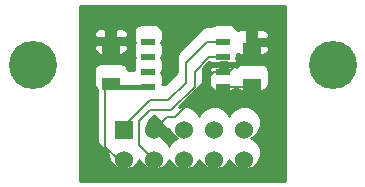
<source format=gtl>
G04 #@! TF.FileFunction,Copper,L1,Top,Signal*
%FSLAX46Y46*%
G04 Gerber Fmt 4.6, Leading zero omitted, Abs format (unit mm)*
G04 Created by KiCad (PCBNEW 4.0.1-stable) date 4/19/2016 1:19:52 PM*
%MOMM*%
G01*
G04 APERTURE LIST*
%ADD10C,0.100000*%
%ADD11C,4.064000*%
%ADD12R,1.524000X1.524000*%
%ADD13C,1.524000*%
%ADD14R,1.143000X0.508000*%
%ADD15R,1.600000X1.000000*%
%ADD16C,0.200000*%
%ADD17C,0.400000*%
%ADD18C,0.254000*%
G04 APERTURE END LIST*
D10*
D11*
X19050000Y-20955000D03*
D12*
X26797000Y-26479500D03*
D13*
X26797000Y-29019500D03*
X29337000Y-26479500D03*
X29337000Y-29019500D03*
X31877000Y-26479500D03*
X31877000Y-29019500D03*
X34417000Y-26479500D03*
X34417000Y-29019500D03*
X36957000Y-26479500D03*
X36957000Y-29019500D03*
D14*
X28829000Y-22860000D03*
X28829000Y-21590000D03*
X28829000Y-20320000D03*
X28829000Y-19050000D03*
X35179000Y-19050000D03*
X35179000Y-20320000D03*
X35179000Y-21590000D03*
X35179000Y-22860000D03*
D15*
X37592000Y-22645500D03*
X37592000Y-19645500D03*
X25654000Y-22582000D03*
X25654000Y-19582000D03*
D11*
X44450000Y-20955000D03*
D16*
X35179000Y-22860000D02*
X37377500Y-22860000D01*
X37377500Y-22860000D02*
X37592000Y-22645500D01*
X35179000Y-21590000D02*
X34417000Y-21590000D01*
X30451498Y-25365002D02*
X29337000Y-26479500D01*
X31086498Y-25365002D02*
X30451498Y-25365002D01*
X33464500Y-22987000D02*
X31086498Y-25365002D01*
X33464500Y-22542500D02*
X33464500Y-22987000D01*
X34417000Y-21590000D02*
X33464500Y-22542500D01*
X25654000Y-19582000D02*
X25654000Y-19113500D01*
X35179000Y-21590000D02*
X35647500Y-21590000D01*
X35647500Y-21590000D02*
X37592000Y-19645500D01*
X26797000Y-29019500D02*
X26352500Y-29019500D01*
X26352500Y-29019500D02*
X25209500Y-27876500D01*
X25209500Y-27876500D02*
X25209500Y-23026500D01*
X25209500Y-23026500D02*
X25654000Y-22582000D01*
D17*
X28829000Y-22860000D02*
X25932000Y-22860000D01*
X25932000Y-22860000D02*
X25654000Y-22582000D01*
D16*
X26797000Y-26479500D02*
X26797000Y-26098500D01*
X26797000Y-26098500D02*
X28956000Y-23939500D01*
X28956000Y-23939500D02*
X30543500Y-23939500D01*
X30543500Y-23939500D02*
X32004000Y-22479000D01*
X32004000Y-22479000D02*
X32004000Y-20828000D01*
X32004000Y-20828000D02*
X33782000Y-19050000D01*
X33782000Y-19050000D02*
X35179000Y-19050000D01*
X35179000Y-19050000D02*
X35687000Y-19050000D01*
X35179000Y-20320000D02*
X33972500Y-20320000D01*
X28067000Y-27749500D02*
X29337000Y-29019500D01*
X28067000Y-25677030D02*
X28067000Y-27749500D01*
X28979030Y-24765000D02*
X28067000Y-25677030D01*
X30797500Y-24765000D02*
X28979030Y-24765000D01*
X32766000Y-22796500D02*
X30797500Y-24765000D01*
X32766000Y-21526500D02*
X32766000Y-22796500D01*
X33972500Y-20320000D02*
X32766000Y-21526500D01*
X34417000Y-29083000D02*
X34417000Y-28575000D01*
X36957000Y-26543000D02*
X36957000Y-26693030D01*
D18*
G36*
X40438000Y-30786000D02*
X23062000Y-30786000D01*
X23062000Y-21447000D01*
X24206560Y-21447000D01*
X24206560Y-22447000D01*
X24250838Y-22682317D01*
X24389910Y-22898441D01*
X24474500Y-22956239D01*
X24474500Y-27241500D01*
X24530449Y-27522772D01*
X24689777Y-27761223D01*
X25399924Y-28471370D01*
X25399758Y-28661161D01*
X25611990Y-29174803D01*
X26004630Y-29568129D01*
X26517900Y-29781257D01*
X27073661Y-29781742D01*
X27587303Y-29569510D01*
X27980629Y-29176870D01*
X28066949Y-28968988D01*
X28151990Y-29174803D01*
X28544630Y-29568129D01*
X29057900Y-29781257D01*
X29613661Y-29781742D01*
X30127303Y-29569510D01*
X30520629Y-29176870D01*
X30606949Y-28968988D01*
X30691990Y-29174803D01*
X31084630Y-29568129D01*
X31597900Y-29781257D01*
X32153661Y-29781742D01*
X32667303Y-29569510D01*
X33060629Y-29176870D01*
X33146949Y-28968988D01*
X33231990Y-29174803D01*
X33624630Y-29568129D01*
X34137900Y-29781257D01*
X34693661Y-29781742D01*
X35207303Y-29569510D01*
X35600629Y-29176870D01*
X35686949Y-28968988D01*
X35771990Y-29174803D01*
X36164630Y-29568129D01*
X36677900Y-29781257D01*
X37233661Y-29781742D01*
X37747303Y-29569510D01*
X38140629Y-29176870D01*
X38353757Y-28663600D01*
X38354242Y-28107839D01*
X38142010Y-27594197D01*
X37749370Y-27200871D01*
X37541488Y-27114551D01*
X37747303Y-27029510D01*
X38140629Y-26636870D01*
X38353757Y-26123600D01*
X38354242Y-25567839D01*
X38142010Y-25054197D01*
X37749370Y-24660871D01*
X37236100Y-24447743D01*
X36680339Y-24447258D01*
X36166697Y-24659490D01*
X35773371Y-25052130D01*
X35687051Y-25260012D01*
X35602010Y-25054197D01*
X35209370Y-24660871D01*
X34696100Y-24447743D01*
X34140339Y-24447258D01*
X33626697Y-24659490D01*
X33233371Y-25052130D01*
X33147051Y-25260012D01*
X33062010Y-25054197D01*
X32669370Y-24660871D01*
X32156100Y-24447743D01*
X31600339Y-24447258D01*
X31462899Y-24504047D01*
X33285723Y-22681224D01*
X33445051Y-22442773D01*
X33475087Y-22291772D01*
X33501000Y-22161500D01*
X33501000Y-21971000D01*
X33960060Y-21971000D01*
X33960060Y-22479000D01*
X34004338Y-22714317D01*
X34143410Y-22930441D01*
X34355610Y-23075431D01*
X34607500Y-23126440D01*
X35750500Y-23126440D01*
X35985817Y-23082162D01*
X36175662Y-22960000D01*
X36326661Y-22960000D01*
X36327910Y-22961941D01*
X36540110Y-23106931D01*
X36792000Y-23157940D01*
X38392000Y-23157940D01*
X38627317Y-23113662D01*
X38843441Y-22974590D01*
X38988431Y-22762390D01*
X39039440Y-22510500D01*
X39039440Y-21510500D01*
X38995162Y-21275183D01*
X38856090Y-21059059D01*
X38643890Y-20914069D01*
X38392000Y-20863060D01*
X36792000Y-20863060D01*
X36556683Y-20907338D01*
X36340559Y-21046410D01*
X36279915Y-21135165D01*
X36226750Y-21082000D01*
X35464750Y-21082000D01*
X35464750Y-21209000D01*
X34893250Y-21209000D01*
X34893250Y-21082000D01*
X34131250Y-21082000D01*
X33972500Y-21240750D01*
X33972500Y-21335309D01*
X34069173Y-21568698D01*
X34095709Y-21595235D01*
X34011069Y-21719110D01*
X33960060Y-21971000D01*
X33501000Y-21971000D01*
X33501000Y-21195946D01*
X34000098Y-20696848D01*
X34131250Y-20828000D01*
X34893250Y-20828000D01*
X34893250Y-20701000D01*
X35464750Y-20701000D01*
X35464750Y-20828000D01*
X36226750Y-20828000D01*
X36385500Y-20669250D01*
X36385500Y-20574691D01*
X36288827Y-20341302D01*
X36262291Y-20314765D01*
X36346931Y-20190890D01*
X36385231Y-20001757D01*
X36432301Y-20048827D01*
X36665690Y-20145500D01*
X37060250Y-20145500D01*
X37219000Y-19986750D01*
X37219000Y-19260500D01*
X37965000Y-19260500D01*
X37965000Y-19986750D01*
X38123750Y-20145500D01*
X38518310Y-20145500D01*
X38751699Y-20048827D01*
X38930327Y-19870198D01*
X39027000Y-19636809D01*
X39027000Y-19419250D01*
X38868250Y-19260500D01*
X37965000Y-19260500D01*
X37219000Y-19260500D01*
X37199000Y-19260500D01*
X37199000Y-18760500D01*
X37219000Y-18760500D01*
X37219000Y-18034250D01*
X37965000Y-18034250D01*
X37965000Y-18760500D01*
X38868250Y-18760500D01*
X39027000Y-18601750D01*
X39027000Y-18384191D01*
X38930327Y-18150802D01*
X38751699Y-17972173D01*
X38518310Y-17875500D01*
X38123750Y-17875500D01*
X37965000Y-18034250D01*
X37219000Y-18034250D01*
X37060250Y-17875500D01*
X36665690Y-17875500D01*
X36432301Y-17972173D01*
X36373478Y-18030996D01*
X36353662Y-17925683D01*
X36214590Y-17709559D01*
X36002390Y-17564569D01*
X35750500Y-17513560D01*
X34607500Y-17513560D01*
X34372183Y-17557838D01*
X34182338Y-17680000D01*
X33782000Y-17680000D01*
X33500728Y-17735949D01*
X33262277Y-17895276D01*
X31484277Y-19673277D01*
X31324949Y-19911728D01*
X31269000Y-20193000D01*
X31269000Y-21539553D01*
X30239054Y-22569500D01*
X30029613Y-22569500D01*
X30047940Y-22479000D01*
X30047940Y-21971000D01*
X30003662Y-21735683D01*
X29909334Y-21589093D01*
X29996931Y-21460890D01*
X30047940Y-21209000D01*
X30047940Y-20701000D01*
X30003662Y-20465683D01*
X29909334Y-20319093D01*
X29996931Y-20190890D01*
X30047940Y-19939000D01*
X30047940Y-19431000D01*
X30003662Y-19195683D01*
X29909334Y-19049093D01*
X29996931Y-18920890D01*
X30047940Y-18669000D01*
X30047940Y-18161000D01*
X30003662Y-17925683D01*
X29864590Y-17709559D01*
X29652390Y-17564569D01*
X29400500Y-17513560D01*
X28257500Y-17513560D01*
X28022183Y-17557838D01*
X27806059Y-17696910D01*
X27661069Y-17909110D01*
X27610060Y-18161000D01*
X27610060Y-18669000D01*
X27654338Y-18904317D01*
X27748666Y-19050907D01*
X27661069Y-19179110D01*
X27610060Y-19431000D01*
X27610060Y-19939000D01*
X27654338Y-20174317D01*
X27748666Y-20320907D01*
X27661069Y-20449110D01*
X27610060Y-20701000D01*
X27610060Y-21209000D01*
X27644118Y-21390000D01*
X27090715Y-21390000D01*
X27057162Y-21211683D01*
X26918090Y-20995559D01*
X26705890Y-20850569D01*
X26454000Y-20799560D01*
X24854000Y-20799560D01*
X24618683Y-20843838D01*
X24402559Y-20982910D01*
X24257569Y-21195110D01*
X24206560Y-21447000D01*
X23062000Y-21447000D01*
X23062000Y-19355750D01*
X24219000Y-19355750D01*
X24219000Y-19573309D01*
X24315673Y-19806698D01*
X24494301Y-19985327D01*
X24727690Y-20082000D01*
X25122250Y-20082000D01*
X25281000Y-19923250D01*
X25281000Y-19197000D01*
X26027000Y-19197000D01*
X26027000Y-19923250D01*
X26185750Y-20082000D01*
X26580310Y-20082000D01*
X26813699Y-19985327D01*
X26992327Y-19806698D01*
X27089000Y-19573309D01*
X27089000Y-19355750D01*
X26930250Y-19197000D01*
X26027000Y-19197000D01*
X25281000Y-19197000D01*
X24377750Y-19197000D01*
X24219000Y-19355750D01*
X23062000Y-19355750D01*
X23062000Y-18320691D01*
X24219000Y-18320691D01*
X24219000Y-18538250D01*
X24377750Y-18697000D01*
X25281000Y-18697000D01*
X25281000Y-17970750D01*
X26027000Y-17970750D01*
X26027000Y-18697000D01*
X26930250Y-18697000D01*
X27089000Y-18538250D01*
X27089000Y-18320691D01*
X26992327Y-18087302D01*
X26813699Y-17908673D01*
X26580310Y-17812000D01*
X26185750Y-17812000D01*
X26027000Y-17970750D01*
X25281000Y-17970750D01*
X25122250Y-17812000D01*
X24727690Y-17812000D01*
X24494301Y-17908673D01*
X24315673Y-18087302D01*
X24219000Y-18320691D01*
X23062000Y-18320691D01*
X23062000Y-15950000D01*
X40438000Y-15950000D01*
X40438000Y-30786000D01*
X40438000Y-30786000D01*
G37*
X40438000Y-30786000D02*
X23062000Y-30786000D01*
X23062000Y-21447000D01*
X24206560Y-21447000D01*
X24206560Y-22447000D01*
X24250838Y-22682317D01*
X24389910Y-22898441D01*
X24474500Y-22956239D01*
X24474500Y-27241500D01*
X24530449Y-27522772D01*
X24689777Y-27761223D01*
X25399924Y-28471370D01*
X25399758Y-28661161D01*
X25611990Y-29174803D01*
X26004630Y-29568129D01*
X26517900Y-29781257D01*
X27073661Y-29781742D01*
X27587303Y-29569510D01*
X27980629Y-29176870D01*
X28066949Y-28968988D01*
X28151990Y-29174803D01*
X28544630Y-29568129D01*
X29057900Y-29781257D01*
X29613661Y-29781742D01*
X30127303Y-29569510D01*
X30520629Y-29176870D01*
X30606949Y-28968988D01*
X30691990Y-29174803D01*
X31084630Y-29568129D01*
X31597900Y-29781257D01*
X32153661Y-29781742D01*
X32667303Y-29569510D01*
X33060629Y-29176870D01*
X33146949Y-28968988D01*
X33231990Y-29174803D01*
X33624630Y-29568129D01*
X34137900Y-29781257D01*
X34693661Y-29781742D01*
X35207303Y-29569510D01*
X35600629Y-29176870D01*
X35686949Y-28968988D01*
X35771990Y-29174803D01*
X36164630Y-29568129D01*
X36677900Y-29781257D01*
X37233661Y-29781742D01*
X37747303Y-29569510D01*
X38140629Y-29176870D01*
X38353757Y-28663600D01*
X38354242Y-28107839D01*
X38142010Y-27594197D01*
X37749370Y-27200871D01*
X37541488Y-27114551D01*
X37747303Y-27029510D01*
X38140629Y-26636870D01*
X38353757Y-26123600D01*
X38354242Y-25567839D01*
X38142010Y-25054197D01*
X37749370Y-24660871D01*
X37236100Y-24447743D01*
X36680339Y-24447258D01*
X36166697Y-24659490D01*
X35773371Y-25052130D01*
X35687051Y-25260012D01*
X35602010Y-25054197D01*
X35209370Y-24660871D01*
X34696100Y-24447743D01*
X34140339Y-24447258D01*
X33626697Y-24659490D01*
X33233371Y-25052130D01*
X33147051Y-25260012D01*
X33062010Y-25054197D01*
X32669370Y-24660871D01*
X32156100Y-24447743D01*
X31600339Y-24447258D01*
X31462899Y-24504047D01*
X33285723Y-22681224D01*
X33445051Y-22442773D01*
X33475087Y-22291772D01*
X33501000Y-22161500D01*
X33501000Y-21971000D01*
X33960060Y-21971000D01*
X33960060Y-22479000D01*
X34004338Y-22714317D01*
X34143410Y-22930441D01*
X34355610Y-23075431D01*
X34607500Y-23126440D01*
X35750500Y-23126440D01*
X35985817Y-23082162D01*
X36175662Y-22960000D01*
X36326661Y-22960000D01*
X36327910Y-22961941D01*
X36540110Y-23106931D01*
X36792000Y-23157940D01*
X38392000Y-23157940D01*
X38627317Y-23113662D01*
X38843441Y-22974590D01*
X38988431Y-22762390D01*
X39039440Y-22510500D01*
X39039440Y-21510500D01*
X38995162Y-21275183D01*
X38856090Y-21059059D01*
X38643890Y-20914069D01*
X38392000Y-20863060D01*
X36792000Y-20863060D01*
X36556683Y-20907338D01*
X36340559Y-21046410D01*
X36279915Y-21135165D01*
X36226750Y-21082000D01*
X35464750Y-21082000D01*
X35464750Y-21209000D01*
X34893250Y-21209000D01*
X34893250Y-21082000D01*
X34131250Y-21082000D01*
X33972500Y-21240750D01*
X33972500Y-21335309D01*
X34069173Y-21568698D01*
X34095709Y-21595235D01*
X34011069Y-21719110D01*
X33960060Y-21971000D01*
X33501000Y-21971000D01*
X33501000Y-21195946D01*
X34000098Y-20696848D01*
X34131250Y-20828000D01*
X34893250Y-20828000D01*
X34893250Y-20701000D01*
X35464750Y-20701000D01*
X35464750Y-20828000D01*
X36226750Y-20828000D01*
X36385500Y-20669250D01*
X36385500Y-20574691D01*
X36288827Y-20341302D01*
X36262291Y-20314765D01*
X36346931Y-20190890D01*
X36385231Y-20001757D01*
X36432301Y-20048827D01*
X36665690Y-20145500D01*
X37060250Y-20145500D01*
X37219000Y-19986750D01*
X37219000Y-19260500D01*
X37965000Y-19260500D01*
X37965000Y-19986750D01*
X38123750Y-20145500D01*
X38518310Y-20145500D01*
X38751699Y-20048827D01*
X38930327Y-19870198D01*
X39027000Y-19636809D01*
X39027000Y-19419250D01*
X38868250Y-19260500D01*
X37965000Y-19260500D01*
X37219000Y-19260500D01*
X37199000Y-19260500D01*
X37199000Y-18760500D01*
X37219000Y-18760500D01*
X37219000Y-18034250D01*
X37965000Y-18034250D01*
X37965000Y-18760500D01*
X38868250Y-18760500D01*
X39027000Y-18601750D01*
X39027000Y-18384191D01*
X38930327Y-18150802D01*
X38751699Y-17972173D01*
X38518310Y-17875500D01*
X38123750Y-17875500D01*
X37965000Y-18034250D01*
X37219000Y-18034250D01*
X37060250Y-17875500D01*
X36665690Y-17875500D01*
X36432301Y-17972173D01*
X36373478Y-18030996D01*
X36353662Y-17925683D01*
X36214590Y-17709559D01*
X36002390Y-17564569D01*
X35750500Y-17513560D01*
X34607500Y-17513560D01*
X34372183Y-17557838D01*
X34182338Y-17680000D01*
X33782000Y-17680000D01*
X33500728Y-17735949D01*
X33262277Y-17895276D01*
X31484277Y-19673277D01*
X31324949Y-19911728D01*
X31269000Y-20193000D01*
X31269000Y-21539553D01*
X30239054Y-22569500D01*
X30029613Y-22569500D01*
X30047940Y-22479000D01*
X30047940Y-21971000D01*
X30003662Y-21735683D01*
X29909334Y-21589093D01*
X29996931Y-21460890D01*
X30047940Y-21209000D01*
X30047940Y-20701000D01*
X30003662Y-20465683D01*
X29909334Y-20319093D01*
X29996931Y-20190890D01*
X30047940Y-19939000D01*
X30047940Y-19431000D01*
X30003662Y-19195683D01*
X29909334Y-19049093D01*
X29996931Y-18920890D01*
X30047940Y-18669000D01*
X30047940Y-18161000D01*
X30003662Y-17925683D01*
X29864590Y-17709559D01*
X29652390Y-17564569D01*
X29400500Y-17513560D01*
X28257500Y-17513560D01*
X28022183Y-17557838D01*
X27806059Y-17696910D01*
X27661069Y-17909110D01*
X27610060Y-18161000D01*
X27610060Y-18669000D01*
X27654338Y-18904317D01*
X27748666Y-19050907D01*
X27661069Y-19179110D01*
X27610060Y-19431000D01*
X27610060Y-19939000D01*
X27654338Y-20174317D01*
X27748666Y-20320907D01*
X27661069Y-20449110D01*
X27610060Y-20701000D01*
X27610060Y-21209000D01*
X27644118Y-21390000D01*
X27090715Y-21390000D01*
X27057162Y-21211683D01*
X26918090Y-20995559D01*
X26705890Y-20850569D01*
X26454000Y-20799560D01*
X24854000Y-20799560D01*
X24618683Y-20843838D01*
X24402559Y-20982910D01*
X24257569Y-21195110D01*
X24206560Y-21447000D01*
X23062000Y-21447000D01*
X23062000Y-19355750D01*
X24219000Y-19355750D01*
X24219000Y-19573309D01*
X24315673Y-19806698D01*
X24494301Y-19985327D01*
X24727690Y-20082000D01*
X25122250Y-20082000D01*
X25281000Y-19923250D01*
X25281000Y-19197000D01*
X26027000Y-19197000D01*
X26027000Y-19923250D01*
X26185750Y-20082000D01*
X26580310Y-20082000D01*
X26813699Y-19985327D01*
X26992327Y-19806698D01*
X27089000Y-19573309D01*
X27089000Y-19355750D01*
X26930250Y-19197000D01*
X26027000Y-19197000D01*
X25281000Y-19197000D01*
X24377750Y-19197000D01*
X24219000Y-19355750D01*
X23062000Y-19355750D01*
X23062000Y-18320691D01*
X24219000Y-18320691D01*
X24219000Y-18538250D01*
X24377750Y-18697000D01*
X25281000Y-18697000D01*
X25281000Y-17970750D01*
X26027000Y-17970750D01*
X26027000Y-18697000D01*
X26930250Y-18697000D01*
X27089000Y-18538250D01*
X27089000Y-18320691D01*
X26992327Y-18087302D01*
X26813699Y-17908673D01*
X26580310Y-17812000D01*
X26185750Y-17812000D01*
X26027000Y-17970750D01*
X25281000Y-17970750D01*
X25122250Y-17812000D01*
X24727690Y-17812000D01*
X24494301Y-17908673D01*
X24315673Y-18087302D01*
X24219000Y-18320691D01*
X23062000Y-18320691D01*
X23062000Y-15950000D01*
X40438000Y-15950000D01*
X40438000Y-30786000D01*
G36*
X29878644Y-25830358D02*
X29864502Y-25844500D01*
X30455930Y-26435928D01*
X30587944Y-26382993D01*
X30691990Y-26634803D01*
X31084630Y-27028129D01*
X31292512Y-27114449D01*
X31086697Y-27199490D01*
X30693371Y-27592130D01*
X30607051Y-27800012D01*
X30522010Y-27594197D01*
X30129370Y-27200871D01*
X29875490Y-27095451D01*
X29928428Y-26963430D01*
X29337000Y-26372002D01*
X29322858Y-26386144D01*
X28802000Y-25865286D01*
X28802000Y-25851998D01*
X28809498Y-25844500D01*
X28802000Y-25837002D01*
X28802000Y-25823714D01*
X29322858Y-25302856D01*
X29337000Y-25316998D01*
X29351142Y-25302856D01*
X29878644Y-25830358D01*
X29878644Y-25830358D01*
G37*
X29878644Y-25830358D02*
X29864502Y-25844500D01*
X30455930Y-26435928D01*
X30587944Y-26382993D01*
X30691990Y-26634803D01*
X31084630Y-27028129D01*
X31292512Y-27114449D01*
X31086697Y-27199490D01*
X30693371Y-27592130D01*
X30607051Y-27800012D01*
X30522010Y-27594197D01*
X30129370Y-27200871D01*
X29875490Y-27095451D01*
X29928428Y-26963430D01*
X29337000Y-26372002D01*
X29322858Y-26386144D01*
X28802000Y-25865286D01*
X28802000Y-25851998D01*
X28809498Y-25844500D01*
X28802000Y-25837002D01*
X28802000Y-25823714D01*
X29322858Y-25302856D01*
X29337000Y-25316998D01*
X29351142Y-25302856D01*
X29878644Y-25830358D01*
M02*

</source>
